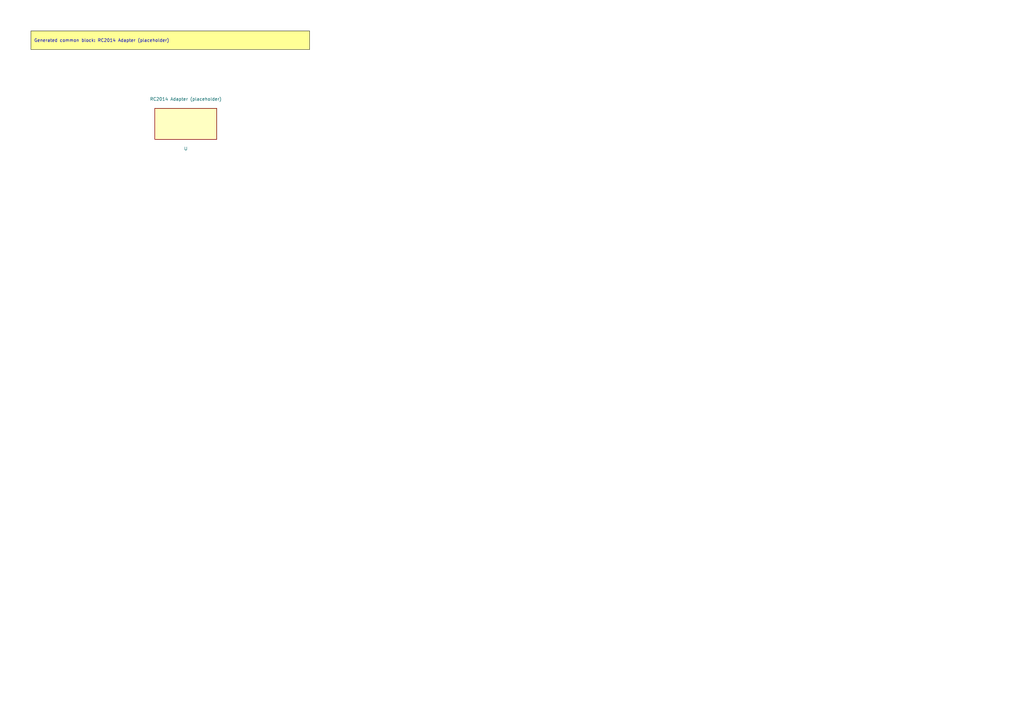
<source format=kicad_sch>
(kicad_sch (version 20250114) (generator "kicadgen") (generator_version "0.2")
  (paper "A3")
  (title_block (title "RC2014 Adapter (placeholder)") (company "Project Carbon") (comment 1 "Generated - do not edit in generated/") (comment 2 "Edit in schem/kicad9/manual/ or refine mapping specs"))
  (lib_symbols
    (symbol "carbon_blocks:CARBON_BLOCK_RC2014_ADAPTER" (pin_names (offset 1.016))
      (property "Reference" "U" (at 0 8.89 0))
      (property "Value" "CARBON_BLOCK_RC2014_ADAPTER" (at 0 -8.89 0))
      (symbol "CARBON_BLOCK_RC2014_ADAPTER_1_1"
        (rectangle (start -12.7 6.35) (end 12.7 -6.35) (stroke (width 0.254)) (fill (type background)))
      )
    )
  )
  (text_box "Generated common block: RC2014 Adapter (placeholder)" (at 12.7 12.7 0) (size 114.3 7.62) (margins 1.27 1.27 1.27 1.27) (stroke (width 0) (color 0 0 0 1)) (fill (type color) (color 255 255 150 1)) (effects (font (size 1.27 1.27)) (justify left)))
  (symbol (lib_id "carbon_blocks:CARBON_BLOCK_RC2014_ADAPTER") (at 76.2 50.8 0) (unit 1)
    (property "Reference" "U" (at 76.2 60.96 0))
    (property "Value" "RC2014 Adapter (placeholder)" (at 76.2 40.64 0))
  )
)
</source>
